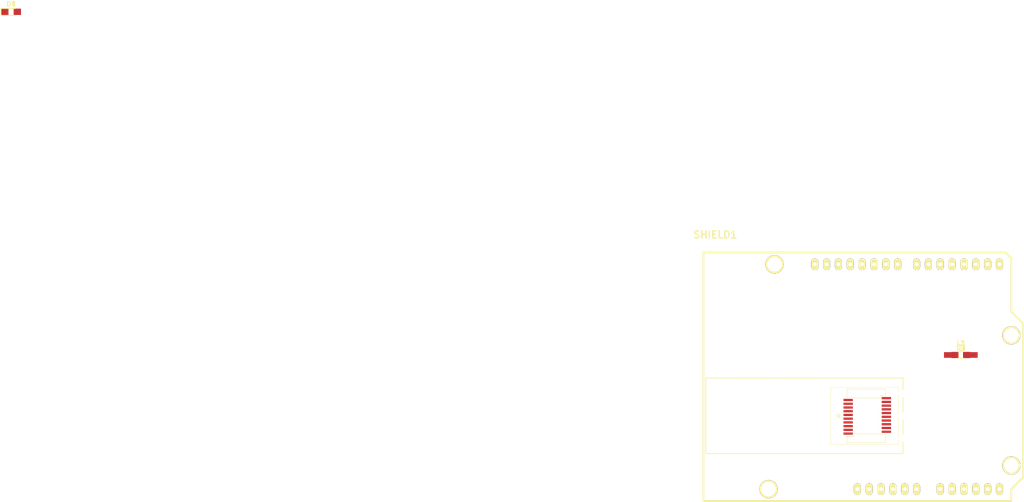
<source format=kicad_pcb>
(kicad_pcb (version 4) (host pcbnew 4.0.7-e2-6376~58~ubuntu16.04.1)

  (general
    (links 38)
    (no_connects 27)
    (area 0 0 0 0)
    (thickness 1.6)
    (drawings 0)
    (tracks 0)
    (zones 0)
    (modules 20)
    (nets 45)
  )

  (page A4)
  (layers
    (0 F.Cu signal)
    (31 B.Cu signal)
    (32 B.Adhes user)
    (33 F.Adhes user)
    (34 B.Paste user)
    (35 F.Paste user)
    (36 B.SilkS user)
    (37 F.SilkS user)
    (38 B.Mask user)
    (39 F.Mask user)
    (40 Dwgs.User user)
    (41 Cmts.User user)
    (42 Eco1.User user)
    (43 Eco2.User user)
    (44 Edge.Cuts user)
    (45 Margin user)
    (46 B.CrtYd user)
    (47 F.CrtYd user)
    (48 B.Fab user)
    (49 F.Fab user)
  )

  (setup
    (last_trace_width 0.25)
    (trace_clearance 0.2)
    (zone_clearance 0.508)
    (zone_45_only no)
    (trace_min 0.2)
    (segment_width 0.2)
    (edge_width 0.15)
    (via_size 0.6)
    (via_drill 0.4)
    (via_min_size 0.4)
    (via_min_drill 0.3)
    (uvia_size 0.3)
    (uvia_drill 0.1)
    (uvias_allowed no)
    (uvia_min_size 0.2)
    (uvia_min_drill 0.1)
    (pcb_text_width 0.3)
    (pcb_text_size 1.5 1.5)
    (mod_edge_width 0.15)
    (mod_text_size 1 1)
    (mod_text_width 0.15)
    (pad_size 1.524 1.524)
    (pad_drill 0.762)
    (pad_to_mask_clearance 0.2)
    (aux_axis_origin 0 0)
    (visible_elements 7FFFFFFF)
    (pcbplotparams
      (layerselection 0x00030_80000001)
      (usegerberextensions false)
      (excludeedgelayer true)
      (linewidth 0.100000)
      (plotframeref false)
      (viasonmask false)
      (mode 1)
      (useauxorigin false)
      (hpglpennumber 1)
      (hpglpenspeed 20)
      (hpglpendiameter 15)
      (hpglpenoverlay 2)
      (psnegative false)
      (psa4output false)
      (plotreference true)
      (plotvalue true)
      (plotinvisibletext false)
      (padsonsilk false)
      (subtractmaskfromsilk false)
      (outputformat 1)
      (mirror false)
      (drillshape 1)
      (scaleselection 1)
      (outputdirectory ""))
  )

  (net 0 "")
  (net 1 "Net-(SHIELD1-PadAD3)")
  (net 2 "Net-(SHIELD1-PadAD0)")
  (net 3 "Net-(SHIELD1-PadAD1)")
  (net 4 "Net-(SHIELD1-PadAD2)")
  (net 5 "Net-(SHIELD1-PadV_IN)")
  (net 6 "Net-(SHIELD1-Pad3V3)")
  (net 7 "Net-(SHIELD1-PadRST)")
  (net 8 "Net-(SHIELD1-Pad2)")
  (net 9 "Net-(SHIELD1-Pad3)")
  (net 10 "Net-(SHIELD1-Pad4)")
  (net 11 "Net-(SHIELD1-Pad5)")
  (net 12 "Net-(SHIELD1-Pad7)")
  (net 13 "Net-(SHIELD1-Pad8)")
  (net 14 "Net-(SHIELD1-Pad9)")
  (net 15 "Net-(SHIELD1-Pad10)")
  (net 16 "Net-(SHIELD1-PadAREF)")
  (net 17 "Net-(SHIELD1-Pad5V)")
  (net 18 VccRx)
  (net 19 GND)
  (net 20 VccTx)
  (net 21 +3.3V)
  (net 22 TX_Fault)
  (net 23 TX_Disable)
  (net 24 SDA)
  (net 25 SCL)
  (net 26 MD0)
  (net 27 RS0)
  (net 28 RLOS)
  (net 29 RS1)
  (net 30 RXD-)
  (net 31 RXD+)
  (net 32 TXD+)
  (net 33 TXD-)
  (net 34 3.3V)
  (net 35 "Net-(D1-Pad2)")
  (net 36 "Net-(D2-Pad2)")
  (net 37 "Net-(D3-Pad2)")
  (net 38 "Net-(D4-Pad2)")
  (net 39 "Net-(D1-Pad1)")
  (net 40 "Net-(D2-Pad1)")
  (net 41 "Net-(D3-Pad1)")
  (net 42 "Net-(D4-Pad1)")
  (net 43 RXD)
  (net 44 TXD)

  (net_class Default "This is the default net class."
    (clearance 0.2)
    (trace_width 0.25)
    (via_dia 0.6)
    (via_drill 0.4)
    (uvia_dia 0.3)
    (uvia_drill 0.1)
    (add_net +3.3V)
    (add_net 3.3V)
    (add_net GND)
    (add_net MD0)
    (add_net "Net-(D1-Pad1)")
    (add_net "Net-(D1-Pad2)")
    (add_net "Net-(D2-Pad1)")
    (add_net "Net-(D2-Pad2)")
    (add_net "Net-(D3-Pad1)")
    (add_net "Net-(D3-Pad2)")
    (add_net "Net-(D4-Pad1)")
    (add_net "Net-(D4-Pad2)")
    (add_net "Net-(SHIELD1-Pad10)")
    (add_net "Net-(SHIELD1-Pad2)")
    (add_net "Net-(SHIELD1-Pad3)")
    (add_net "Net-(SHIELD1-Pad3V3)")
    (add_net "Net-(SHIELD1-Pad4)")
    (add_net "Net-(SHIELD1-Pad5)")
    (add_net "Net-(SHIELD1-Pad5V)")
    (add_net "Net-(SHIELD1-Pad7)")
    (add_net "Net-(SHIELD1-Pad8)")
    (add_net "Net-(SHIELD1-Pad9)")
    (add_net "Net-(SHIELD1-PadAD0)")
    (add_net "Net-(SHIELD1-PadAD1)")
    (add_net "Net-(SHIELD1-PadAD2)")
    (add_net "Net-(SHIELD1-PadAD3)")
    (add_net "Net-(SHIELD1-PadAREF)")
    (add_net "Net-(SHIELD1-PadRST)")
    (add_net "Net-(SHIELD1-PadV_IN)")
    (add_net RLOS)
    (add_net RS0)
    (add_net RS1)
    (add_net RXD)
    (add_net RXD+)
    (add_net RXD-)
    (add_net SCL)
    (add_net SDA)
    (add_net TXD)
    (add_net TXD+)
    (add_net TXD-)
    (add_net TX_Disable)
    (add_net TX_Fault)
    (add_net VccRx)
    (add_net VccTx)
  )

  (module "arduino_shields:ARDUINO SHIELD" (layer F.Cu) (tedit 4CD6A37D) (tstamp 5A129173)
    (at 148.5011 105.0036)
    (path /5A0EEA9C)
    (fp_text reference SHIELD1 (at 2.54 -57.15) (layer F.SilkS)
      (effects (font (thickness 0.3048)))
    )
    (fp_text value ARDUINO_SHIELD (at 5.08 -54.61) (layer F.SilkS) hide
      (effects (font (thickness 0.3048)))
    )
    (fp_line (start 66.04 -40.64) (end 66.04 -52.07) (layer F.SilkS) (width 0.381))
    (fp_line (start 66.04 -52.07) (end 64.77 -53.34) (layer F.SilkS) (width 0.381))
    (fp_line (start 64.77 -53.34) (end 0 -53.34) (layer F.SilkS) (width 0.381))
    (fp_line (start 66.04 0) (end 0 0) (layer F.SilkS) (width 0.381))
    (fp_line (start 0 0) (end 0 -53.34) (layer F.SilkS) (width 0.381))
    (fp_line (start 66.04 -40.64) (end 68.58 -38.1) (layer F.SilkS) (width 0.381))
    (fp_line (start 68.58 -38.1) (end 68.58 -5.08) (layer F.SilkS) (width 0.381))
    (fp_line (start 68.58 -5.08) (end 66.04 -2.54) (layer F.SilkS) (width 0.381))
    (fp_line (start 66.04 -2.54) (end 66.04 0) (layer F.SilkS) (width 0.381))
    (pad AD5 thru_hole oval (at 63.5 -2.54 90) (size 2.54 1.524) (drill 0.8128) (layers *.Cu *.Mask F.SilkS)
      (net 25 SCL))
    (pad AD4 thru_hole oval (at 60.96 -2.54 90) (size 2.54 1.524) (drill 0.8128) (layers *.Cu *.Mask F.SilkS)
      (net 24 SDA))
    (pad AD3 thru_hole oval (at 58.42 -2.54 90) (size 2.54 1.524) (drill 0.8128) (layers *.Cu *.Mask F.SilkS)
      (net 1 "Net-(SHIELD1-PadAD3)"))
    (pad AD0 thru_hole oval (at 50.8 -2.54 90) (size 2.54 1.524) (drill 0.8128) (layers *.Cu *.Mask F.SilkS)
      (net 2 "Net-(SHIELD1-PadAD0)"))
    (pad AD1 thru_hole oval (at 53.34 -2.54 90) (size 2.54 1.524) (drill 0.8128) (layers *.Cu *.Mask F.SilkS)
      (net 3 "Net-(SHIELD1-PadAD1)"))
    (pad AD2 thru_hole oval (at 55.88 -2.54 90) (size 2.54 1.524) (drill 0.8128) (layers *.Cu *.Mask F.SilkS)
      (net 4 "Net-(SHIELD1-PadAD2)"))
    (pad V_IN thru_hole oval (at 45.72 -2.54 90) (size 2.54 1.524) (drill 0.8128) (layers *.Cu *.Mask F.SilkS)
      (net 5 "Net-(SHIELD1-PadV_IN)"))
    (pad GND2 thru_hole oval (at 43.18 -2.54 90) (size 2.54 1.524) (drill 0.8128) (layers *.Cu *.Mask F.SilkS)
      (net 19 GND))
    (pad GND1 thru_hole oval (at 40.64 -2.54 90) (size 2.54 1.524) (drill 0.8128) (layers *.Cu *.Mask F.SilkS)
      (net 19 GND))
    (pad 3V3 thru_hole oval (at 35.56 -2.54 90) (size 2.54 1.524) (drill 0.8128) (layers *.Cu *.Mask F.SilkS)
      (net 6 "Net-(SHIELD1-Pad3V3)"))
    (pad RST thru_hole oval (at 33.02 -2.54 90) (size 2.54 1.524) (drill 0.8128) (layers *.Cu *.Mask F.SilkS)
      (net 7 "Net-(SHIELD1-PadRST)"))
    (pad 0 thru_hole oval (at 63.5 -50.8 90) (size 2.54 1.524) (drill 0.8128) (layers *.Cu *.Mask F.SilkS)
      (net 43 RXD))
    (pad 1 thru_hole oval (at 60.96 -50.8 90) (size 2.54 1.524) (drill 0.8128) (layers *.Cu *.Mask F.SilkS)
      (net 44 TXD))
    (pad 2 thru_hole oval (at 58.42 -50.8 90) (size 2.54 1.524) (drill 0.8128) (layers *.Cu *.Mask F.SilkS)
      (net 8 "Net-(SHIELD1-Pad2)"))
    (pad 3 thru_hole oval (at 55.88 -50.8 90) (size 2.54 1.524) (drill 0.8128) (layers *.Cu *.Mask F.SilkS)
      (net 9 "Net-(SHIELD1-Pad3)"))
    (pad 4 thru_hole oval (at 53.34 -50.8 90) (size 2.54 1.524) (drill 0.8128) (layers *.Cu *.Mask F.SilkS)
      (net 10 "Net-(SHIELD1-Pad4)"))
    (pad 5 thru_hole oval (at 50.8 -50.8 90) (size 2.54 1.524) (drill 0.8128) (layers *.Cu *.Mask F.SilkS)
      (net 11 "Net-(SHIELD1-Pad5)"))
    (pad 6 thru_hole oval (at 48.26 -50.8 90) (size 2.54 1.524) (drill 0.8128) (layers *.Cu *.Mask F.SilkS)
      (net 42 "Net-(D4-Pad1)"))
    (pad 7 thru_hole oval (at 45.72 -50.8 90) (size 2.54 1.524) (drill 0.8128) (layers *.Cu *.Mask F.SilkS)
      (net 12 "Net-(SHIELD1-Pad7)"))
    (pad 8 thru_hole oval (at 41.656 -50.8 90) (size 2.54 1.524) (drill 0.8128) (layers *.Cu *.Mask F.SilkS)
      (net 13 "Net-(SHIELD1-Pad8)"))
    (pad 9 thru_hole oval (at 39.116 -50.8 90) (size 2.54 1.524) (drill 0.8128) (layers *.Cu *.Mask F.SilkS)
      (net 14 "Net-(SHIELD1-Pad9)"))
    (pad 10 thru_hole oval (at 36.576 -50.8 90) (size 2.54 1.524) (drill 0.8128) (layers *.Cu *.Mask F.SilkS)
      (net 15 "Net-(SHIELD1-Pad10)"))
    (pad 11 thru_hole oval (at 34.036 -50.8 90) (size 2.54 1.524) (drill 0.8128) (layers *.Cu *.Mask F.SilkS)
      (net 41 "Net-(D3-Pad1)"))
    (pad 12 thru_hole oval (at 31.496 -50.8 90) (size 2.54 1.524) (drill 0.8128) (layers *.Cu *.Mask F.SilkS)
      (net 40 "Net-(D2-Pad1)"))
    (pad 13 thru_hole oval (at 28.956 -50.8 90) (size 2.54 1.524) (drill 0.8128) (layers *.Cu *.Mask F.SilkS)
      (net 39 "Net-(D1-Pad1)"))
    (pad GND3 thru_hole oval (at 26.416 -50.8 90) (size 2.54 1.524) (drill 0.8128) (layers *.Cu *.Mask F.SilkS)
      (net 19 GND))
    (pad AREF thru_hole oval (at 23.876 -50.8 90) (size 2.54 1.524) (drill 0.8128) (layers *.Cu *.Mask F.SilkS)
      (net 16 "Net-(SHIELD1-PadAREF)"))
    (pad 5V thru_hole oval (at 38.1 -2.54 90) (size 2.54 1.524) (drill 0.8128) (layers *.Cu *.Mask F.SilkS)
      (net 17 "Net-(SHIELD1-Pad5V)"))
    (pad "" thru_hole circle (at 66.04 -7.62 90) (size 3.937 3.937) (drill 3.175) (layers *.Cu *.Mask F.SilkS))
    (pad "" thru_hole circle (at 66.04 -35.56 90) (size 3.937 3.937) (drill 3.175) (layers *.Cu *.Mask F.SilkS))
    (pad "" thru_hole circle (at 15.24 -50.8 90) (size 3.937 3.937) (drill 3.175) (layers *.Cu *.Mask F.SilkS))
    (pad "" thru_hole circle (at 13.97 -2.54 90) (size 3.937 3.937) (drill 3.175) (layers *.Cu *.Mask F.SilkS))
  )

  (module conn-sfp:TE_1367073-1 (layer F.Cu) (tedit 0) (tstamp 5A1294E9)
    (at 183.642 86.741 270)
    (path /5A0F27DC)
    (fp_text reference P1 (at 0 -1.524 270) (layer F.SilkS) hide
      (effects (font (size 0.508 0.508) (thickness 0.1016)))
    )
    (fp_text value CONN_02X10 (at 0 1.524 270) (layer F.SilkS) hide
      (effects (font (size 1.016 1.016) (thickness 0.15)))
    )
    (fp_line (start 3.85 -2.88) (end 3.99 -2.88) (layer F.SilkS) (width 0.1016))
    (fp_line (start 3.85 2.88) (end 4.39 2.88) (layer F.SilkS) (width 0.1016))
    (fp_line (start 3.85 2.88) (end 3.85 -2.88) (layer F.SilkS) (width 0.1016))
    (fp_line (start -3.99 2.88) (end -3.85 2.88) (layer F.SilkS) (width 0.1016))
    (fp_line (start -4.39 -2.88) (end -3.85 -2.88) (layer F.SilkS) (width 0.1016))
    (fp_line (start -3.85 -2.88) (end -3.85 2.88) (layer F.SilkS) (width 0.1016))
    (fp_line (start 3.99 -3.94) (end 3.99 -2.88) (layer F.SilkS) (width 0.1016))
    (fp_line (start -3.99 4.34) (end -3.99 2.88) (layer F.SilkS) (width 0.1016))
    (fp_line (start 0 5.8) (end 0.5 6.3) (layer F.SilkS) (width 0.15))
    (fp_line (start 0 7) (end 0 5.8) (layer F.SilkS) (width 0.15))
    (fp_line (start 0 5.8) (end -0.5 6.3) (layer F.SilkS) (width 0.15))
    (fp_line (start 5.75 4.34) (end 4.39 4.34) (layer F.SilkS) (width 0.1016))
    (fp_line (start 4.39 4.34) (end 4.39 2.88) (layer F.SilkS) (width 0.1016))
    (fp_line (start -5.75 4.34) (end -3.99 4.34) (layer F.SilkS) (width 0.1016))
    (fp_line (start 5.75 -3.94) (end 3.99 -3.94) (layer F.SilkS) (width 0.1016))
    (fp_line (start -4.39 -3.94) (end -4.39 -2.88) (layer F.SilkS) (width 0.1016))
    (fp_line (start -5.75 -3.94) (end -4.39 -3.94) (layer F.SilkS) (width 0.1016))
    (fp_line (start 5.75 -3.94) (end 5.75 4.34) (layer F.SilkS) (width 0.1016))
    (fp_line (start -5.75 -3.94) (end -5.75 4.34) (layer F.SilkS) (width 0.1016))
    (pad "" np_thru_hole circle (at -4.8 0 270) (size 1.55 1.55) (drill 1.55) (layers *.Cu *.Mask))
    (pad "" np_thru_hole circle (at 4.8 0 270) (size 1.55 1.55) (drill 1.55) (layers *.Cu *.Mask))
    (pad 1 smd rect (at -3.4 4.1 270) (size 0.5 2) (layers F.Cu F.Paste F.Mask)
      (net 19 GND))
    (pad 2 smd rect (at -2.6 4.1 270) (size 0.5 2) (layers F.Cu F.Paste F.Mask)
      (net 22 TX_Fault))
    (pad 3 smd rect (at -1.8 4.1 270) (size 0.5 2) (layers F.Cu F.Paste F.Mask)
      (net 23 TX_Disable))
    (pad 4 smd rect (at -1 4.1 270) (size 0.5 2) (layers F.Cu F.Paste F.Mask)
      (net 24 SDA))
    (pad 5 smd rect (at -0.2 4.1 270) (size 0.5 2) (layers F.Cu F.Paste F.Mask)
      (net 25 SCL))
    (pad 6 smd rect (at 0.6 4.1 270) (size 0.5 2) (layers F.Cu F.Paste F.Mask)
      (net 26 MD0))
    (pad 7 smd rect (at 1.4 4.1 270) (size 0.5 2) (layers F.Cu F.Paste F.Mask)
      (net 27 RS0))
    (pad 8 smd rect (at 2.2 4.1 270) (size 0.5 2) (layers F.Cu F.Paste F.Mask)
      (net 28 RLOS))
    (pad 9 smd rect (at 3 4.1 270) (size 0.5 2) (layers F.Cu F.Paste F.Mask)
      (net 29 RS1))
    (pad 10 smd rect (at 3.8 4.1 270) (size 0.5 2) (layers F.Cu F.Paste F.Mask)
      (net 19 GND))
    (pad 11 smd rect (at 3.4 -4.1 270) (size 0.5 2) (layers F.Cu F.Paste F.Mask)
      (net 19 GND))
    (pad 12 smd rect (at 2.6 -4.1 270) (size 0.5 2) (layers F.Cu F.Paste F.Mask)
      (net 30 RXD-))
    (pad 13 smd rect (at 1.8 -4.1 270) (size 0.5 2) (layers F.Cu F.Paste F.Mask)
      (net 31 RXD+))
    (pad 14 smd rect (at 1 -4.1 270) (size 0.5 2) (layers F.Cu F.Paste F.Mask)
      (net 19 GND))
    (pad 15 smd rect (at 0.2 -4.1 270) (size 0.5 2) (layers F.Cu F.Paste F.Mask)
      (net 18 VccRx))
    (pad 16 smd rect (at -0.6 -4.1 270) (size 0.5 2) (layers F.Cu F.Paste F.Mask)
      (net 20 VccTx))
    (pad 17 smd rect (at -1.4 -4.1 270) (size 0.5 2) (layers F.Cu F.Paste F.Mask)
      (net 19 GND))
    (pad 18 smd rect (at -2.2 -4.1 270) (size 0.5 2) (layers F.Cu F.Paste F.Mask)
      (net 32 TXD+))
    (pad 19 smd rect (at -3 -4.1 270) (size 0.5 2) (layers F.Cu F.Paste F.Mask)
      (net 33 TXD-))
    (pad 20 smd rect (at -3.8 -4.1 270) (size 0.5 2) (layers F.Cu F.Paste F.Mask)
      (net 19 GND))
  )

  (module Capacitors_SMD:C_0805_HandSoldering (layer F.Cu) (tedit 58AA84A8) (tstamp 5A0EE97F)
    (at 203.708 73.66)
    (descr "Capacitor SMD 0805, hand soldering")
    (tags "capacitor 0805")
    (path /5A0F3DD6)
    (attr smd)
    (fp_text reference C1 (at 0 -1.75) (layer F.SilkS)
      (effects (font (size 1 1) (thickness 0.15)))
    )
    (fp_text value "0.1u 16V" (at 0 1.75) (layer F.Fab)
      (effects (font (size 1 1) (thickness 0.15)))
    )
    (fp_text user %R (at 0 -1.75) (layer F.Fab)
      (effects (font (size 1 1) (thickness 0.15)))
    )
    (fp_line (start -1 0.62) (end -1 -0.62) (layer F.Fab) (width 0.1))
    (fp_line (start 1 0.62) (end -1 0.62) (layer F.Fab) (width 0.1))
    (fp_line (start 1 -0.62) (end 1 0.62) (layer F.Fab) (width 0.1))
    (fp_line (start -1 -0.62) (end 1 -0.62) (layer F.Fab) (width 0.1))
    (fp_line (start 0.5 -0.85) (end -0.5 -0.85) (layer F.SilkS) (width 0.12))
    (fp_line (start -0.5 0.85) (end 0.5 0.85) (layer F.SilkS) (width 0.12))
    (fp_line (start -2.25 -0.88) (end 2.25 -0.88) (layer F.CrtYd) (width 0.05))
    (fp_line (start -2.25 -0.88) (end -2.25 0.87) (layer F.CrtYd) (width 0.05))
    (fp_line (start 2.25 0.87) (end 2.25 -0.88) (layer F.CrtYd) (width 0.05))
    (fp_line (start 2.25 0.87) (end -2.25 0.87) (layer F.CrtYd) (width 0.05))
    (pad 1 smd rect (at -1.25 0) (size 1.5 1.25) (layers F.Cu F.Paste F.Mask)
      (net 18 VccRx))
    (pad 2 smd rect (at 1.25 0) (size 1.5 1.25) (layers F.Cu F.Paste F.Mask)
      (net 19 GND))
    (model Capacitors_SMD.3dshapes/C_0805.wrl
      (at (xyz 0 0 0))
      (scale (xyz 1 1 1))
      (rotate (xyz 0 0 0))
    )
  )

  (module Capacitors_SMD:C_0805_HandSoldering (layer F.Cu) (tedit 58AA84A8) (tstamp 5A0EE990)
    (at 203.708 73.66)
    (descr "Capacitor SMD 0805, hand soldering")
    (tags "capacitor 0805")
    (path /5A0F4F0D)
    (attr smd)
    (fp_text reference C3 (at 0 -1.75) (layer F.SilkS)
      (effects (font (size 1 1) (thickness 0.15)))
    )
    (fp_text value "0.1u 16V" (at 0 1.75) (layer F.Fab)
      (effects (font (size 1 1) (thickness 0.15)))
    )
    (fp_text user %R (at 0 -1.75) (layer F.Fab)
      (effects (font (size 1 1) (thickness 0.15)))
    )
    (fp_line (start -1 0.62) (end -1 -0.62) (layer F.Fab) (width 0.1))
    (fp_line (start 1 0.62) (end -1 0.62) (layer F.Fab) (width 0.1))
    (fp_line (start 1 -0.62) (end 1 0.62) (layer F.Fab) (width 0.1))
    (fp_line (start -1 -0.62) (end 1 -0.62) (layer F.Fab) (width 0.1))
    (fp_line (start 0.5 -0.85) (end -0.5 -0.85) (layer F.SilkS) (width 0.12))
    (fp_line (start -0.5 0.85) (end 0.5 0.85) (layer F.SilkS) (width 0.12))
    (fp_line (start -2.25 -0.88) (end 2.25 -0.88) (layer F.CrtYd) (width 0.05))
    (fp_line (start -2.25 -0.88) (end -2.25 0.87) (layer F.CrtYd) (width 0.05))
    (fp_line (start 2.25 0.87) (end 2.25 -0.88) (layer F.CrtYd) (width 0.05))
    (fp_line (start 2.25 0.87) (end -2.25 0.87) (layer F.CrtYd) (width 0.05))
    (pad 1 smd rect (at -1.25 0) (size 1.5 1.25) (layers F.Cu F.Paste F.Mask)
      (net 20 VccTx))
    (pad 2 smd rect (at 1.25 0) (size 1.5 1.25) (layers F.Cu F.Paste F.Mask)
      (net 19 GND))
    (model Capacitors_SMD.3dshapes/C_0805.wrl
      (at (xyz 0 0 0))
      (scale (xyz 1 1 1))
      (rotate (xyz 0 0 0))
    )
  )

  (module Capacitors_SMD:C_0805_HandSoldering (layer F.Cu) (tedit 58AA84A8) (tstamp 5A0EE9A1)
    (at 203.708 73.66)
    (descr "Capacitor SMD 0805, hand soldering")
    (tags "capacitor 0805")
    (path /5A0F55CD)
    (attr smd)
    (fp_text reference C5 (at 0 -1.75) (layer F.SilkS)
      (effects (font (size 1 1) (thickness 0.15)))
    )
    (fp_text value "0.1u 16V" (at 0 1.75) (layer F.Fab)
      (effects (font (size 1 1) (thickness 0.15)))
    )
    (fp_text user %R (at 0 -1.75) (layer F.Fab)
      (effects (font (size 1 1) (thickness 0.15)))
    )
    (fp_line (start -1 0.62) (end -1 -0.62) (layer F.Fab) (width 0.1))
    (fp_line (start 1 0.62) (end -1 0.62) (layer F.Fab) (width 0.1))
    (fp_line (start 1 -0.62) (end 1 0.62) (layer F.Fab) (width 0.1))
    (fp_line (start -1 -0.62) (end 1 -0.62) (layer F.Fab) (width 0.1))
    (fp_line (start 0.5 -0.85) (end -0.5 -0.85) (layer F.SilkS) (width 0.12))
    (fp_line (start -0.5 0.85) (end 0.5 0.85) (layer F.SilkS) (width 0.12))
    (fp_line (start -2.25 -0.88) (end 2.25 -0.88) (layer F.CrtYd) (width 0.05))
    (fp_line (start -2.25 -0.88) (end -2.25 0.87) (layer F.CrtYd) (width 0.05))
    (fp_line (start 2.25 0.87) (end 2.25 -0.88) (layer F.CrtYd) (width 0.05))
    (fp_line (start 2.25 0.87) (end -2.25 0.87) (layer F.CrtYd) (width 0.05))
    (pad 1 smd rect (at -1.25 0) (size 1.5 1.25) (layers F.Cu F.Paste F.Mask)
      (net 21 +3.3V))
    (pad 2 smd rect (at 1.25 0) (size 1.5 1.25) (layers F.Cu F.Paste F.Mask)
      (net 19 GND))
    (model Capacitors_SMD.3dshapes/C_0805.wrl
      (at (xyz 0 0 0))
      (scale (xyz 1 1 1))
      (rotate (xyz 0 0 0))
    )
  )

  (module Choke_SMD:Choke_SMD_1206_Handsoldering (layer F.Cu) (tedit 0) (tstamp 5A0EE9A9)
    (at 203.708 73.66)
    (descr "Choke, Drossel, SMD, 1206, Handsoldering,")
    (tags "Choke, Drossel, SMD, 1206, Handsoldering,")
    (path /5A0F3FCC)
    (attr smd)
    (fp_text reference L1 (at 0 -2.54) (layer F.SilkS)
      (effects (font (size 1 1) (thickness 0.15)))
    )
    (fp_text value 4.7u (at 0 2.54) (layer F.Fab)
      (effects (font (size 1 1) (thickness 0.15)))
    )
    (fp_line (start -0.55118 0.8001) (end 0.50038 0.8001) (layer F.SilkS) (width 0.15))
    (fp_line (start 0.55118 -0.8001) (end -0.50038 -0.8001) (layer F.SilkS) (width 0.15))
    (pad 1 smd rect (at -2.30124 0) (size 2.59842 1.19888) (layers F.Cu F.Paste F.Mask)
      (net 21 +3.3V))
    (pad 2 smd rect (at 2.30124 0) (size 2.60096 1.19888) (layers F.Cu F.Paste F.Mask)
      (net 18 VccRx))
  )

  (module Choke_SMD:Choke_SMD_1206_Handsoldering (layer F.Cu) (tedit 0) (tstamp 5A0EE9B1)
    (at 203.708 73.66)
    (descr "Choke, Drossel, SMD, 1206, Handsoldering,")
    (tags "Choke, Drossel, SMD, 1206, Handsoldering,")
    (path /5A0F4F07)
    (attr smd)
    (fp_text reference L2 (at 0 -2.54) (layer F.SilkS)
      (effects (font (size 1 1) (thickness 0.15)))
    )
    (fp_text value 4.7u (at 0 2.54) (layer F.Fab)
      (effects (font (size 1 1) (thickness 0.15)))
    )
    (fp_line (start -0.55118 0.8001) (end 0.50038 0.8001) (layer F.SilkS) (width 0.15))
    (fp_line (start 0.55118 -0.8001) (end -0.50038 -0.8001) (layer F.SilkS) (width 0.15))
    (pad 1 smd rect (at -2.30124 0) (size 2.59842 1.19888) (layers F.Cu F.Paste F.Mask)
      (net 21 +3.3V))
    (pad 2 smd rect (at 2.30124 0) (size 2.60096 1.19888) (layers F.Cu F.Paste F.Mask)
      (net 20 VccTx))
  )

  (module conn-sfp:sfp-cage-msa (layer F.Cu) (tedit 0) (tstamp 5A0EE9D4)
    (at 184.404 86.741 270)
    (path /5A0F33D2)
    (fp_text reference P2 (at -1.455 20.9 360) (layer F.SilkS) hide
      (effects (font (size 1 1) (thickness 0.15)))
    )
    (fp_text value "SFP CAGE" (at 1.455 20.9 360) (layer F.SilkS) hide
      (effects (font (size 1 1) (thickness 0.15)))
    )
    (fp_line (start 5.60832 -6.9) (end 8.125 -6.9) (layer F.SilkS) (width 0.15))
    (fp_line (start 0.80772 -6.9) (end 3.99288 -6.9) (layer F.SilkS) (width 0.15))
    (fp_line (start -3.99288 -6.9) (end -0.80772 -6.9) (layer F.SilkS) (width 0.15))
    (fp_line (start -8.125 -6.9) (end -5.60832 -6.9) (layer F.SilkS) (width 0.15))
    (fp_line (start -8.125 35.4) (end 8.125 35.4) (layer F.SilkS) (width 0.15))
    (fp_line (start -6.125 8.6) (end 6.125 8.6) (layer F.SilkS) (width 0.0762))
    (fp_line (start -6.125 -5.9) (end 6.125 -5.9) (layer F.SilkS) (width 0.0762))
    (fp_line (start 6.125 -5.9) (end 6.125 8.6) (layer F.SilkS) (width 0.0762))
    (fp_line (start -6.125 -5.9) (end -6.125 8.6) (layer F.SilkS) (width 0.0762))
    (fp_line (start 8.125 -6.9) (end 8.125 35.4) (layer F.SilkS) (width 0.15))
    (fp_line (start -8.125 -6.9) (end -8.125 35.4) (layer F.SilkS) (width 0.15))
    (pad "" np_thru_hole circle (at -7.125 0.9 270) (size 0.85 0.85) (drill 0.85) (layers *.Cu *.Mask))
    (pad "" np_thru_hole circle (at -7.125 -1.6 270) (size 0.95 0.95) (drill 0.95) (layers *.Cu *.Mask))
    (pad "" np_thru_hole circle (at -7.125 3.4 270) (size 0.95 0.95) (drill 0.95) (layers *.Cu *.Mask))
    (pad "" np_thru_hole circle (at -7.125 8.1 270) (size 0.95 0.95) (drill 0.95) (layers *.Cu *.Mask))
    (pad "" np_thru_hole circle (at 7.125 8.1 270) (size 0.95 0.95) (drill 0.95) (layers *.Cu *.Mask))
    (pad "" np_thru_hole circle (at 7.125 -1.6 270) (size 0.95 0.95) (drill 0.95) (layers *.Cu *.Mask))
    (pad "" np_thru_hole circle (at 7.125 3.4 270) (size 0.95 0.95) (drill 0.95) (layers *.Cu *.Mask))
    (pad "" np_thru_hole circle (at -4.8 -6.2 270) (size 0.95 0.95) (drill 0.95) (layers *.Cu *.Mask))
    (pad "" np_thru_hole circle (at 0 -6.2 270) (size 0.95 0.95) (drill 0.95) (layers *.Cu *.Mask))
    (pad "" np_thru_hole circle (at 4.8 -6.2 270) (size 0.95 0.95) (drill 0.95) (layers *.Cu *.Mask))
    (pad "" np_thru_hole circle (at 7.125 5.9 270) (size 1.05 1.05) (drill 1.05) (layers *.Cu *.Mask))
    (pad "" np_thru_hole circle (at 7.125 -4.1 270) (size 1.05 1.05) (drill 1.05) (layers *.Cu *.Mask))
    (pad "" np_thru_hole circle (at -7.125 10.9 270) (size 1.05 1.05) (drill 1.05) (layers *.Cu *.Mask))
    (pad "" np_thru_hole circle (at -1.445 10.9 270) (size 1.05 1.05) (drill 1.05) (layers *.Cu *.Mask))
    (pad "" np_thru_hole circle (at 3.955 10.9 270) (size 1.05 1.05) (drill 1.05) (layers *.Cu *.Mask))
    (pad "" np_thru_hole circle (at -7.125 20.9 270) (size 1.05 1.05) (drill 1.05) (layers *.Cu *.Mask))
    (pad "" np_thru_hole circle (at -7.125 30.9 270) (size 1.05 1.05) (drill 1.05) (layers *.Cu *.Mask))
    (pad "" np_thru_hole circle (at 7.125 15.9 270) (size 1.05 1.05) (drill 1.05) (layers *.Cu *.Mask))
    (pad "" np_thru_hole circle (at 7.125 25.9 270) (size 1.05 1.05) (drill 1.05) (layers *.Cu *.Mask))
    (pad "" np_thru_hole circle (at 1.455 30.9 270) (size 1.05 1.05) (drill 1.05) (layers *.Cu *.Mask))
  )

  (module Resistors_SMD:R_0603_HandSoldering (layer F.Cu) (tedit 58E0A804) (tstamp 5A0EE9E5)
    (at 203.708 73.66)
    (descr "Resistor SMD 0603, hand soldering")
    (tags "resistor 0603")
    (path /5A0F5F24)
    (attr smd)
    (fp_text reference R1 (at 0 -1.45) (layer F.SilkS)
      (effects (font (size 1 1) (thickness 0.15)))
    )
    (fp_text value 4,7k (at 0 1.55) (layer F.Fab)
      (effects (font (size 1 1) (thickness 0.15)))
    )
    (fp_text user %R (at 0 0) (layer F.Fab)
      (effects (font (size 0.4 0.4) (thickness 0.075)))
    )
    (fp_line (start -0.8 0.4) (end -0.8 -0.4) (layer F.Fab) (width 0.1))
    (fp_line (start 0.8 0.4) (end -0.8 0.4) (layer F.Fab) (width 0.1))
    (fp_line (start 0.8 -0.4) (end 0.8 0.4) (layer F.Fab) (width 0.1))
    (fp_line (start -0.8 -0.4) (end 0.8 -0.4) (layer F.Fab) (width 0.1))
    (fp_line (start 0.5 0.68) (end -0.5 0.68) (layer F.SilkS) (width 0.12))
    (fp_line (start -0.5 -0.68) (end 0.5 -0.68) (layer F.SilkS) (width 0.12))
    (fp_line (start -1.96 -0.7) (end 1.95 -0.7) (layer F.CrtYd) (width 0.05))
    (fp_line (start -1.96 -0.7) (end -1.96 0.7) (layer F.CrtYd) (width 0.05))
    (fp_line (start 1.95 0.7) (end 1.95 -0.7) (layer F.CrtYd) (width 0.05))
    (fp_line (start 1.95 0.7) (end -1.96 0.7) (layer F.CrtYd) (width 0.05))
    (pad 1 smd rect (at -1.1 0) (size 1.2 0.9) (layers F.Cu F.Paste F.Mask)
      (net 34 3.3V))
    (pad 2 smd rect (at 1.1 0) (size 1.2 0.9) (layers F.Cu F.Paste F.Mask)
      (net 25 SCL))
    (model ${KISYS3DMOD}/Resistors_SMD.3dshapes/R_0603.wrl
      (at (xyz 0 0 0))
      (scale (xyz 1 1 1))
      (rotate (xyz 0 0 0))
    )
  )

  (module Resistors_SMD:R_0603_HandSoldering (layer F.Cu) (tedit 58E0A804) (tstamp 5A0EE9F6)
    (at 203.708 73.66)
    (descr "Resistor SMD 0603, hand soldering")
    (tags "resistor 0603")
    (path /5A0F6467)
    (attr smd)
    (fp_text reference R2 (at 0 -1.45) (layer F.SilkS)
      (effects (font (size 1 1) (thickness 0.15)))
    )
    (fp_text value 4,7k (at 0 1.55) (layer F.Fab)
      (effects (font (size 1 1) (thickness 0.15)))
    )
    (fp_text user %R (at 0 0) (layer F.Fab)
      (effects (font (size 0.4 0.4) (thickness 0.075)))
    )
    (fp_line (start -0.8 0.4) (end -0.8 -0.4) (layer F.Fab) (width 0.1))
    (fp_line (start 0.8 0.4) (end -0.8 0.4) (layer F.Fab) (width 0.1))
    (fp_line (start 0.8 -0.4) (end 0.8 0.4) (layer F.Fab) (width 0.1))
    (fp_line (start -0.8 -0.4) (end 0.8 -0.4) (layer F.Fab) (width 0.1))
    (fp_line (start 0.5 0.68) (end -0.5 0.68) (layer F.SilkS) (width 0.12))
    (fp_line (start -0.5 -0.68) (end 0.5 -0.68) (layer F.SilkS) (width 0.12))
    (fp_line (start -1.96 -0.7) (end 1.95 -0.7) (layer F.CrtYd) (width 0.05))
    (fp_line (start -1.96 -0.7) (end -1.96 0.7) (layer F.CrtYd) (width 0.05))
    (fp_line (start 1.95 0.7) (end 1.95 -0.7) (layer F.CrtYd) (width 0.05))
    (fp_line (start 1.95 0.7) (end -1.96 0.7) (layer F.CrtYd) (width 0.05))
    (pad 1 smd rect (at -1.1 0) (size 1.2 0.9) (layers F.Cu F.Paste F.Mask)
      (net 34 3.3V))
    (pad 2 smd rect (at 1.1 0) (size 1.2 0.9) (layers F.Cu F.Paste F.Mask)
      (net 24 SDA))
    (model ${KISYS3DMOD}/Resistors_SMD.3dshapes/R_0603.wrl
      (at (xyz 0 0 0))
      (scale (xyz 1 1 1))
      (rotate (xyz 0 0 0))
    )
  )

  (module Resistors_SMD:R_0603_HandSoldering (layer F.Cu) (tedit 58E0A804) (tstamp 5A0EEA07)
    (at 203.708 73.66)
    (descr "Resistor SMD 0603, hand soldering")
    (tags "resistor 0603")
    (path /5A0F9A06)
    (attr smd)
    (fp_text reference R3 (at 0 -1.45) (layer F.SilkS)
      (effects (font (size 1 1) (thickness 0.15)))
    )
    (fp_text value 4,7k (at 0 1.55) (layer F.Fab)
      (effects (font (size 1 1) (thickness 0.15)))
    )
    (fp_text user %R (at 0 0) (layer F.Fab)
      (effects (font (size 0.4 0.4) (thickness 0.075)))
    )
    (fp_line (start -0.8 0.4) (end -0.8 -0.4) (layer F.Fab) (width 0.1))
    (fp_line (start 0.8 0.4) (end -0.8 0.4) (layer F.Fab) (width 0.1))
    (fp_line (start 0.8 -0.4) (end 0.8 0.4) (layer F.Fab) (width 0.1))
    (fp_line (start -0.8 -0.4) (end 0.8 -0.4) (layer F.Fab) (width 0.1))
    (fp_line (start 0.5 0.68) (end -0.5 0.68) (layer F.SilkS) (width 0.12))
    (fp_line (start -0.5 -0.68) (end 0.5 -0.68) (layer F.SilkS) (width 0.12))
    (fp_line (start -1.96 -0.7) (end 1.95 -0.7) (layer F.CrtYd) (width 0.05))
    (fp_line (start -1.96 -0.7) (end -1.96 0.7) (layer F.CrtYd) (width 0.05))
    (fp_line (start 1.95 0.7) (end 1.95 -0.7) (layer F.CrtYd) (width 0.05))
    (fp_line (start 1.95 0.7) (end -1.96 0.7) (layer F.CrtYd) (width 0.05))
    (pad 1 smd rect (at -1.1 0) (size 1.2 0.9) (layers F.Cu F.Paste F.Mask)
      (net 34 3.3V))
    (pad 2 smd rect (at 1.1 0) (size 1.2 0.9) (layers F.Cu F.Paste F.Mask)
      (net 22 TX_Fault))
    (model ${KISYS3DMOD}/Resistors_SMD.3dshapes/R_0603.wrl
      (at (xyz 0 0 0))
      (scale (xyz 1 1 1))
      (rotate (xyz 0 0 0))
    )
  )

  (module Resistors_SMD:R_0603_HandSoldering (layer F.Cu) (tedit 58E0A804) (tstamp 5A0EEA18)
    (at 203.708 73.66)
    (descr "Resistor SMD 0603, hand soldering")
    (tags "resistor 0603")
    (path /5A0F9A0C)
    (attr smd)
    (fp_text reference R4 (at 0 -1.45) (layer F.SilkS)
      (effects (font (size 1 1) (thickness 0.15)))
    )
    (fp_text value 4,7k (at 0 1.55) (layer F.Fab)
      (effects (font (size 1 1) (thickness 0.15)))
    )
    (fp_text user %R (at 0 0) (layer F.Fab)
      (effects (font (size 0.4 0.4) (thickness 0.075)))
    )
    (fp_line (start -0.8 0.4) (end -0.8 -0.4) (layer F.Fab) (width 0.1))
    (fp_line (start 0.8 0.4) (end -0.8 0.4) (layer F.Fab) (width 0.1))
    (fp_line (start 0.8 -0.4) (end 0.8 0.4) (layer F.Fab) (width 0.1))
    (fp_line (start -0.8 -0.4) (end 0.8 -0.4) (layer F.Fab) (width 0.1))
    (fp_line (start 0.5 0.68) (end -0.5 0.68) (layer F.SilkS) (width 0.12))
    (fp_line (start -0.5 -0.68) (end 0.5 -0.68) (layer F.SilkS) (width 0.12))
    (fp_line (start -1.96 -0.7) (end 1.95 -0.7) (layer F.CrtYd) (width 0.05))
    (fp_line (start -1.96 -0.7) (end -1.96 0.7) (layer F.CrtYd) (width 0.05))
    (fp_line (start 1.95 0.7) (end 1.95 -0.7) (layer F.CrtYd) (width 0.05))
    (fp_line (start 1.95 0.7) (end -1.96 0.7) (layer F.CrtYd) (width 0.05))
    (pad 1 smd rect (at -1.1 0) (size 1.2 0.9) (layers F.Cu F.Paste F.Mask)
      (net 34 3.3V))
    (pad 2 smd rect (at 1.1 0) (size 1.2 0.9) (layers F.Cu F.Paste F.Mask)
      (net 28 RLOS))
    (model ${KISYS3DMOD}/Resistors_SMD.3dshapes/R_0603.wrl
      (at (xyz 0 0 0))
      (scale (xyz 1 1 1))
      (rotate (xyz 0 0 0))
    )
  )

  (module Resistors_SMD:R_0603_HandSoldering (layer F.Cu) (tedit 58E0A804) (tstamp 5A0EEA29)
    (at 203.708 73.66)
    (descr "Resistor SMD 0603, hand soldering")
    (tags "resistor 0603")
    (path /5A0F82F9)
    (attr smd)
    (fp_text reference R5 (at 0 -1.45) (layer F.SilkS)
      (effects (font (size 1 1) (thickness 0.15)))
    )
    (fp_text value 1,0k (at 0 1.55) (layer F.Fab)
      (effects (font (size 1 1) (thickness 0.15)))
    )
    (fp_text user %R (at 0 0) (layer F.Fab)
      (effects (font (size 0.4 0.4) (thickness 0.075)))
    )
    (fp_line (start -0.8 0.4) (end -0.8 -0.4) (layer F.Fab) (width 0.1))
    (fp_line (start 0.8 0.4) (end -0.8 0.4) (layer F.Fab) (width 0.1))
    (fp_line (start 0.8 -0.4) (end 0.8 0.4) (layer F.Fab) (width 0.1))
    (fp_line (start -0.8 -0.4) (end 0.8 -0.4) (layer F.Fab) (width 0.1))
    (fp_line (start 0.5 0.68) (end -0.5 0.68) (layer F.SilkS) (width 0.12))
    (fp_line (start -0.5 -0.68) (end 0.5 -0.68) (layer F.SilkS) (width 0.12))
    (fp_line (start -1.96 -0.7) (end 1.95 -0.7) (layer F.CrtYd) (width 0.05))
    (fp_line (start -1.96 -0.7) (end -1.96 0.7) (layer F.CrtYd) (width 0.05))
    (fp_line (start 1.95 0.7) (end 1.95 -0.7) (layer F.CrtYd) (width 0.05))
    (fp_line (start 1.95 0.7) (end -1.96 0.7) (layer F.CrtYd) (width 0.05))
    (pad 1 smd rect (at -1.1 0) (size 1.2 0.9) (layers F.Cu F.Paste F.Mask)
      (net 34 3.3V))
    (pad 2 smd rect (at 1.1 0) (size 1.2 0.9) (layers F.Cu F.Paste F.Mask)
      (net 35 "Net-(D1-Pad2)"))
    (model ${KISYS3DMOD}/Resistors_SMD.3dshapes/R_0603.wrl
      (at (xyz 0 0 0))
      (scale (xyz 1 1 1))
      (rotate (xyz 0 0 0))
    )
  )

  (module Resistors_SMD:R_0603_HandSoldering (layer F.Cu) (tedit 58E0A804) (tstamp 5A0EEA3A)
    (at 203.708 73.66)
    (descr "Resistor SMD 0603, hand soldering")
    (tags "resistor 0603")
    (path /5A0F841B)
    (attr smd)
    (fp_text reference R6 (at 0 -1.45) (layer F.SilkS)
      (effects (font (size 1 1) (thickness 0.15)))
    )
    (fp_text value 1,0k (at 0 1.55) (layer F.Fab)
      (effects (font (size 1 1) (thickness 0.15)))
    )
    (fp_text user %R (at 0 0) (layer F.Fab)
      (effects (font (size 0.4 0.4) (thickness 0.075)))
    )
    (fp_line (start -0.8 0.4) (end -0.8 -0.4) (layer F.Fab) (width 0.1))
    (fp_line (start 0.8 0.4) (end -0.8 0.4) (layer F.Fab) (width 0.1))
    (fp_line (start 0.8 -0.4) (end 0.8 0.4) (layer F.Fab) (width 0.1))
    (fp_line (start -0.8 -0.4) (end 0.8 -0.4) (layer F.Fab) (width 0.1))
    (fp_line (start 0.5 0.68) (end -0.5 0.68) (layer F.SilkS) (width 0.12))
    (fp_line (start -0.5 -0.68) (end 0.5 -0.68) (layer F.SilkS) (width 0.12))
    (fp_line (start -1.96 -0.7) (end 1.95 -0.7) (layer F.CrtYd) (width 0.05))
    (fp_line (start -1.96 -0.7) (end -1.96 0.7) (layer F.CrtYd) (width 0.05))
    (fp_line (start 1.95 0.7) (end 1.95 -0.7) (layer F.CrtYd) (width 0.05))
    (fp_line (start 1.95 0.7) (end -1.96 0.7) (layer F.CrtYd) (width 0.05))
    (pad 1 smd rect (at -1.1 0) (size 1.2 0.9) (layers F.Cu F.Paste F.Mask)
      (net 34 3.3V))
    (pad 2 smd rect (at 1.1 0) (size 1.2 0.9) (layers F.Cu F.Paste F.Mask)
      (net 36 "Net-(D2-Pad2)"))
    (model ${KISYS3DMOD}/Resistors_SMD.3dshapes/R_0603.wrl
      (at (xyz 0 0 0))
      (scale (xyz 1 1 1))
      (rotate (xyz 0 0 0))
    )
  )

  (module Resistors_SMD:R_0603_HandSoldering (layer F.Cu) (tedit 58E0A804) (tstamp 5A0EEA4B)
    (at 203.708 73.66)
    (descr "Resistor SMD 0603, hand soldering")
    (tags "resistor 0603")
    (path /5A0F84C3)
    (attr smd)
    (fp_text reference R7 (at 0 -1.45) (layer F.SilkS)
      (effects (font (size 1 1) (thickness 0.15)))
    )
    (fp_text value 1,0k (at 0 1.55) (layer F.Fab)
      (effects (font (size 1 1) (thickness 0.15)))
    )
    (fp_text user %R (at 0 0) (layer F.Fab)
      (effects (font (size 0.4 0.4) (thickness 0.075)))
    )
    (fp_line (start -0.8 0.4) (end -0.8 -0.4) (layer F.Fab) (width 0.1))
    (fp_line (start 0.8 0.4) (end -0.8 0.4) (layer F.Fab) (width 0.1))
    (fp_line (start 0.8 -0.4) (end 0.8 0.4) (layer F.Fab) (width 0.1))
    (fp_line (start -0.8 -0.4) (end 0.8 -0.4) (layer F.Fab) (width 0.1))
    (fp_line (start 0.5 0.68) (end -0.5 0.68) (layer F.SilkS) (width 0.12))
    (fp_line (start -0.5 -0.68) (end 0.5 -0.68) (layer F.SilkS) (width 0.12))
    (fp_line (start -1.96 -0.7) (end 1.95 -0.7) (layer F.CrtYd) (width 0.05))
    (fp_line (start -1.96 -0.7) (end -1.96 0.7) (layer F.CrtYd) (width 0.05))
    (fp_line (start 1.95 0.7) (end 1.95 -0.7) (layer F.CrtYd) (width 0.05))
    (fp_line (start 1.95 0.7) (end -1.96 0.7) (layer F.CrtYd) (width 0.05))
    (pad 1 smd rect (at -1.1 0) (size 1.2 0.9) (layers F.Cu F.Paste F.Mask)
      (net 34 3.3V))
    (pad 2 smd rect (at 1.1 0) (size 1.2 0.9) (layers F.Cu F.Paste F.Mask)
      (net 37 "Net-(D3-Pad2)"))
    (model ${KISYS3DMOD}/Resistors_SMD.3dshapes/R_0603.wrl
      (at (xyz 0 0 0))
      (scale (xyz 1 1 1))
      (rotate (xyz 0 0 0))
    )
  )

  (module Resistors_SMD:R_0603_HandSoldering (layer F.Cu) (tedit 58E0A804) (tstamp 5A0EEA5C)
    (at 203.708 73.66)
    (descr "Resistor SMD 0603, hand soldering")
    (tags "resistor 0603")
    (path /5A0F8525)
    (attr smd)
    (fp_text reference R8 (at 0 -1.45) (layer F.SilkS)
      (effects (font (size 1 1) (thickness 0.15)))
    )
    (fp_text value 1,0k (at 0 1.55) (layer F.Fab)
      (effects (font (size 1 1) (thickness 0.15)))
    )
    (fp_text user %R (at 0 0) (layer F.Fab)
      (effects (font (size 0.4 0.4) (thickness 0.075)))
    )
    (fp_line (start -0.8 0.4) (end -0.8 -0.4) (layer F.Fab) (width 0.1))
    (fp_line (start 0.8 0.4) (end -0.8 0.4) (layer F.Fab) (width 0.1))
    (fp_line (start 0.8 -0.4) (end 0.8 0.4) (layer F.Fab) (width 0.1))
    (fp_line (start -0.8 -0.4) (end 0.8 -0.4) (layer F.Fab) (width 0.1))
    (fp_line (start 0.5 0.68) (end -0.5 0.68) (layer F.SilkS) (width 0.12))
    (fp_line (start -0.5 -0.68) (end 0.5 -0.68) (layer F.SilkS) (width 0.12))
    (fp_line (start -1.96 -0.7) (end 1.95 -0.7) (layer F.CrtYd) (width 0.05))
    (fp_line (start -1.96 -0.7) (end -1.96 0.7) (layer F.CrtYd) (width 0.05))
    (fp_line (start 1.95 0.7) (end 1.95 -0.7) (layer F.CrtYd) (width 0.05))
    (fp_line (start 1.95 0.7) (end -1.96 0.7) (layer F.CrtYd) (width 0.05))
    (pad 1 smd rect (at -1.1 0) (size 1.2 0.9) (layers F.Cu F.Paste F.Mask)
      (net 34 3.3V))
    (pad 2 smd rect (at 1.1 0) (size 1.2 0.9) (layers F.Cu F.Paste F.Mask)
      (net 38 "Net-(D4-Pad2)"))
    (model ${KISYS3DMOD}/Resistors_SMD.3dshapes/R_0603.wrl
      (at (xyz 0 0 0))
      (scale (xyz 1 1 1))
      (rotate (xyz 0 0 0))
    )
  )

  (module LEDs:LED_0805_HandSoldering (layer F.Cu) (tedit 595FCA25) (tstamp 5A0F20A1)
    (at 0 0)
    (descr "Resistor SMD 0805, hand soldering")
    (tags "resistor 0805")
    (path /5A0F7FE2)
    (attr smd)
    (fp_text reference D1 (at 0 -1.7) (layer F.SilkS)
      (effects (font (size 1 1) (thickness 0.15)))
    )
    (fp_text value LED (at 0 1.75) (layer F.Fab)
      (effects (font (size 1 1) (thickness 0.15)))
    )
    (fp_line (start -0.4 -0.4) (end -0.4 0.4) (layer F.Fab) (width 0.1))
    (fp_line (start -0.4 0) (end 0.2 -0.4) (layer F.Fab) (width 0.1))
    (fp_line (start 0.2 0.4) (end -0.4 0) (layer F.Fab) (width 0.1))
    (fp_line (start 0.2 -0.4) (end 0.2 0.4) (layer F.Fab) (width 0.1))
    (fp_line (start -1 0.62) (end -1 -0.62) (layer F.Fab) (width 0.1))
    (fp_line (start 1 0.62) (end -1 0.62) (layer F.Fab) (width 0.1))
    (fp_line (start 1 -0.62) (end 1 0.62) (layer F.Fab) (width 0.1))
    (fp_line (start -1 -0.62) (end 1 -0.62) (layer F.Fab) (width 0.1))
    (fp_line (start 1 0.75) (end -2.2 0.75) (layer F.SilkS) (width 0.12))
    (fp_line (start -2.2 -0.75) (end 1 -0.75) (layer F.SilkS) (width 0.12))
    (fp_line (start -2.35 -0.9) (end 2.35 -0.9) (layer F.CrtYd) (width 0.05))
    (fp_line (start -2.35 -0.9) (end -2.35 0.9) (layer F.CrtYd) (width 0.05))
    (fp_line (start 2.35 0.9) (end 2.35 -0.9) (layer F.CrtYd) (width 0.05))
    (fp_line (start 2.35 0.9) (end -2.35 0.9) (layer F.CrtYd) (width 0.05))
    (fp_line (start -2.2 -0.75) (end -2.2 0.75) (layer F.SilkS) (width 0.12))
    (pad 1 smd rect (at -1.35 0) (size 1.5 1.3) (layers F.Cu F.Paste F.Mask)
      (net 39 "Net-(D1-Pad1)"))
    (pad 2 smd rect (at 1.35 0) (size 1.5 1.3) (layers F.Cu F.Paste F.Mask)
      (net 35 "Net-(D1-Pad2)"))
    (model ${KISYS3DMOD}/LEDs.3dshapes/LED_0805.wrl
      (at (xyz 0 0 0))
      (scale (xyz 1 1 1))
      (rotate (xyz 0 0 0))
    )
  )

  (module LEDs:LED_0805_HandSoldering (layer F.Cu) (tedit 595FCA25) (tstamp 5A0F20B6)
    (at 0 0)
    (descr "Resistor SMD 0805, hand soldering")
    (tags "resistor 0805")
    (path /5A0F7E8B)
    (attr smd)
    (fp_text reference D2 (at 0 -1.7) (layer F.SilkS)
      (effects (font (size 1 1) (thickness 0.15)))
    )
    (fp_text value LED (at 0 1.75) (layer F.Fab)
      (effects (font (size 1 1) (thickness 0.15)))
    )
    (fp_line (start -0.4 -0.4) (end -0.4 0.4) (layer F.Fab) (width 0.1))
    (fp_line (start -0.4 0) (end 0.2 -0.4) (layer F.Fab) (width 0.1))
    (fp_line (start 0.2 0.4) (end -0.4 0) (layer F.Fab) (width 0.1))
    (fp_line (start 0.2 -0.4) (end 0.2 0.4) (layer F.Fab) (width 0.1))
    (fp_line (start -1 0.62) (end -1 -0.62) (layer F.Fab) (width 0.1))
    (fp_line (start 1 0.62) (end -1 0.62) (layer F.Fab) (width 0.1))
    (fp_line (start 1 -0.62) (end 1 0.62) (layer F.Fab) (width 0.1))
    (fp_line (start -1 -0.62) (end 1 -0.62) (layer F.Fab) (width 0.1))
    (fp_line (start 1 0.75) (end -2.2 0.75) (layer F.SilkS) (width 0.12))
    (fp_line (start -2.2 -0.75) (end 1 -0.75) (layer F.SilkS) (width 0.12))
    (fp_line (start -2.35 -0.9) (end 2.35 -0.9) (layer F.CrtYd) (width 0.05))
    (fp_line (start -2.35 -0.9) (end -2.35 0.9) (layer F.CrtYd) (width 0.05))
    (fp_line (start 2.35 0.9) (end 2.35 -0.9) (layer F.CrtYd) (width 0.05))
    (fp_line (start 2.35 0.9) (end -2.35 0.9) (layer F.CrtYd) (width 0.05))
    (fp_line (start -2.2 -0.75) (end -2.2 0.75) (layer F.SilkS) (width 0.12))
    (pad 1 smd rect (at -1.35 0) (size 1.5 1.3) (layers F.Cu F.Paste F.Mask)
      (net 40 "Net-(D2-Pad1)"))
    (pad 2 smd rect (at 1.35 0) (size 1.5 1.3) (layers F.Cu F.Paste F.Mask)
      (net 36 "Net-(D2-Pad2)"))
    (model ${KISYS3DMOD}/LEDs.3dshapes/LED_0805.wrl
      (at (xyz 0 0 0))
      (scale (xyz 1 1 1))
      (rotate (xyz 0 0 0))
    )
  )

  (module LEDs:LED_0805_HandSoldering (layer F.Cu) (tedit 595FCA25) (tstamp 5A0F20CB)
    (at 0 0)
    (descr "Resistor SMD 0805, hand soldering")
    (tags "resistor 0805")
    (path /5A0F8080)
    (attr smd)
    (fp_text reference D3 (at 0 -1.7) (layer F.SilkS)
      (effects (font (size 1 1) (thickness 0.15)))
    )
    (fp_text value LED (at 0 1.75) (layer F.Fab)
      (effects (font (size 1 1) (thickness 0.15)))
    )
    (fp_line (start -0.4 -0.4) (end -0.4 0.4) (layer F.Fab) (width 0.1))
    (fp_line (start -0.4 0) (end 0.2 -0.4) (layer F.Fab) (width 0.1))
    (fp_line (start 0.2 0.4) (end -0.4 0) (layer F.Fab) (width 0.1))
    (fp_line (start 0.2 -0.4) (end 0.2 0.4) (layer F.Fab) (width 0.1))
    (fp_line (start -1 0.62) (end -1 -0.62) (layer F.Fab) (width 0.1))
    (fp_line (start 1 0.62) (end -1 0.62) (layer F.Fab) (width 0.1))
    (fp_line (start 1 -0.62) (end 1 0.62) (layer F.Fab) (width 0.1))
    (fp_line (start -1 -0.62) (end 1 -0.62) (layer F.Fab) (width 0.1))
    (fp_line (start 1 0.75) (end -2.2 0.75) (layer F.SilkS) (width 0.12))
    (fp_line (start -2.2 -0.75) (end 1 -0.75) (layer F.SilkS) (width 0.12))
    (fp_line (start -2.35 -0.9) (end 2.35 -0.9) (layer F.CrtYd) (width 0.05))
    (fp_line (start -2.35 -0.9) (end -2.35 0.9) (layer F.CrtYd) (width 0.05))
    (fp_line (start 2.35 0.9) (end 2.35 -0.9) (layer F.CrtYd) (width 0.05))
    (fp_line (start 2.35 0.9) (end -2.35 0.9) (layer F.CrtYd) (width 0.05))
    (fp_line (start -2.2 -0.75) (end -2.2 0.75) (layer F.SilkS) (width 0.12))
    (pad 1 smd rect (at -1.35 0) (size 1.5 1.3) (layers F.Cu F.Paste F.Mask)
      (net 41 "Net-(D3-Pad1)"))
    (pad 2 smd rect (at 1.35 0) (size 1.5 1.3) (layers F.Cu F.Paste F.Mask)
      (net 37 "Net-(D3-Pad2)"))
    (model ${KISYS3DMOD}/LEDs.3dshapes/LED_0805.wrl
      (at (xyz 0 0 0))
      (scale (xyz 1 1 1))
      (rotate (xyz 0 0 0))
    )
  )

  (module LEDs:LED_0805_HandSoldering (layer F.Cu) (tedit 595FCA25) (tstamp 5A0F20E0)
    (at 0 0)
    (descr "Resistor SMD 0805, hand soldering")
    (tags "resistor 0805")
    (path /5A0F80E4)
    (attr smd)
    (fp_text reference D4 (at 0 -1.7) (layer F.SilkS)
      (effects (font (size 1 1) (thickness 0.15)))
    )
    (fp_text value LED (at 0 1.75) (layer F.Fab)
      (effects (font (size 1 1) (thickness 0.15)))
    )
    (fp_line (start -0.4 -0.4) (end -0.4 0.4) (layer F.Fab) (width 0.1))
    (fp_line (start -0.4 0) (end 0.2 -0.4) (layer F.Fab) (width 0.1))
    (fp_line (start 0.2 0.4) (end -0.4 0) (layer F.Fab) (width 0.1))
    (fp_line (start 0.2 -0.4) (end 0.2 0.4) (layer F.Fab) (width 0.1))
    (fp_line (start -1 0.62) (end -1 -0.62) (layer F.Fab) (width 0.1))
    (fp_line (start 1 0.62) (end -1 0.62) (layer F.Fab) (width 0.1))
    (fp_line (start 1 -0.62) (end 1 0.62) (layer F.Fab) (width 0.1))
    (fp_line (start -1 -0.62) (end 1 -0.62) (layer F.Fab) (width 0.1))
    (fp_line (start 1 0.75) (end -2.2 0.75) (layer F.SilkS) (width 0.12))
    (fp_line (start -2.2 -0.75) (end 1 -0.75) (layer F.SilkS) (width 0.12))
    (fp_line (start -2.35 -0.9) (end 2.35 -0.9) (layer F.CrtYd) (width 0.05))
    (fp_line (start -2.35 -0.9) (end -2.35 0.9) (layer F.CrtYd) (width 0.05))
    (fp_line (start 2.35 0.9) (end 2.35 -0.9) (layer F.CrtYd) (width 0.05))
    (fp_line (start 2.35 0.9) (end -2.35 0.9) (layer F.CrtYd) (width 0.05))
    (fp_line (start -2.2 -0.75) (end -2.2 0.75) (layer F.SilkS) (width 0.12))
    (pad 1 smd rect (at -1.35 0) (size 1.5 1.3) (layers F.Cu F.Paste F.Mask)
      (net 42 "Net-(D4-Pad1)"))
    (pad 2 smd rect (at 1.35 0) (size 1.5 1.3) (layers F.Cu F.Paste F.Mask)
      (net 38 "Net-(D4-Pad2)"))
    (model ${KISYS3DMOD}/LEDs.3dshapes/LED_0805.wrl
      (at (xyz 0 0 0))
      (scale (xyz 1 1 1))
      (rotate (xyz 0 0 0))
    )
  )

)

</source>
